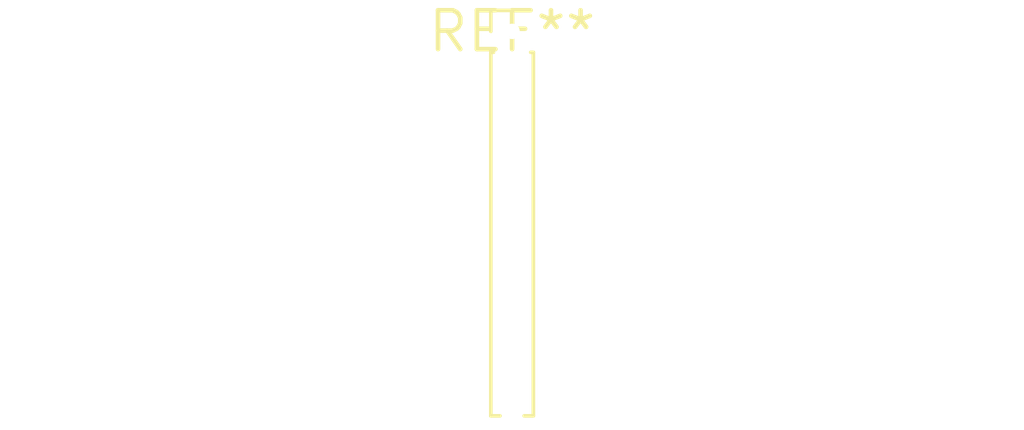
<source format=kicad_pcb>
(kicad_pcb (version 20240108) (generator pcbnew)
  (layers (0 "F.Cu" signal) (31 "B.Cu" signal) (34 "B.Paste" user) (35 "F.Paste" user) (36 "B.SilkS" user "B.Silkscreen") (37 "F.SilkS" user "F.Silkscreen") (38 "B.Mask" user) (39 "F.Mask" user) (44 "Edge.Cuts" user))
  (net 0 "")
  (footprint "PinHeader_1x13_P1.00mm_Vertical" (layer "F.Cu") (at 0 0)
    (property "Reference" "REF**")
    (property "Value" "PinHeader_1x13_P1.00mm_Vertical")
    (fp_line (start -0.695 -0.685) (end 0 -0.685) (layer "F.SilkS") (stroke (width 0.12)))
    (fp_line (start -0.695 0) (end -0.695 -0.685) (layer "F.SilkS") (stroke (width 0.12)))
    (fp_line (start -0.695 0.685) (end -0.695 12.56) (layer "F.SilkS") (stroke (width 0.12)))
    (fp_line (start -0.695 0.685) (end -0.608276 0.685) (layer "F.SilkS") (stroke (width 0.12)))
    (fp_line (start -0.695 12.56) (end -0.394493 12.56) (layer "F.SilkS") (stroke (width 0.12)))
    (fp_line (start 0.394493 12.56) (end 0.695 12.56) (layer "F.SilkS") (stroke (width 0.12)))
    (fp_line (start 0.608276 0.685) (end 0.695 0.685) (layer "F.SilkS") (stroke (width 0.12)))
    (fp_line (start 0.695 0.685) (end 0.695 12.56) (layer "F.SilkS") (stroke (width 0.12)))
    (pad "1" thru_hole rect (at 0 0) (size 0.85 0.85) (drill 0.5) (layers *.Cu *.Mask) (remove_unused_layers))
    (pad "2" thru_hole oval (at 0 1) (size 0.85 0.85) (drill 0.5) (layers *.Cu *.Mask) (remove_unused_layers))
    (pad "3" thru_hole oval (at 0 2) (size 0.85 0.85) (drill 0.5) (layers *.Cu *.Mask) (remove_unused_layers))
    (pad "4" thru_hole oval (at 0 3) (size 0.85 0.85) (drill 0.5) (layers *.Cu *.Mask) (remove_unused_layers))
    (pad "5" thru_hole oval (at 0 4) (size 0.85 0.85) (drill 0.5) (layers *.Cu *.Mask) (remove_unused_layers))
    (pad "6" thru_hole oval (at 0 5) (size 0.85 0.85) (drill 0.5) (layers *.Cu *.Mask) (remove_unused_layers))
    (pad "7" thru_hole oval (at 0 6) (size 0.85 0.85) (drill 0.5) (layers *.Cu *.Mask) (remove_unused_layers))
    (pad "8" thru_hole oval (at 0 7) (size 0.85 0.85) (drill 0.5) (layers *.Cu *.Mask) (remove_unused_layers))
    (pad "9" thru_hole oval (at 0 8) (size 0.85 0.85) (drill 0.5) (layers *.Cu *.Mask) (remove_unused_layers))
    (pad "10" thru_hole oval (at 0 9) (size 0.85 0.85) (drill 0.5) (layers *.Cu *.Mask) (remove_unused_layers))
    (pad "11" thru_hole oval (at 0 10) (size 0.85 0.85) (drill 0.5) (layers *.Cu *.Mask) (remove_unused_layers))
    (pad "12" thru_hole oval (at 0 11) (size 0.85 0.85) (drill 0.5) (layers *.Cu *.Mask) (remove_unused_layers))
    (pad "13" thru_hole oval (at 0 12) (size 0.85 0.85) (drill 0.5) (layers *.Cu *.Mask) (remove_unused_layers))
  )
)
</source>
